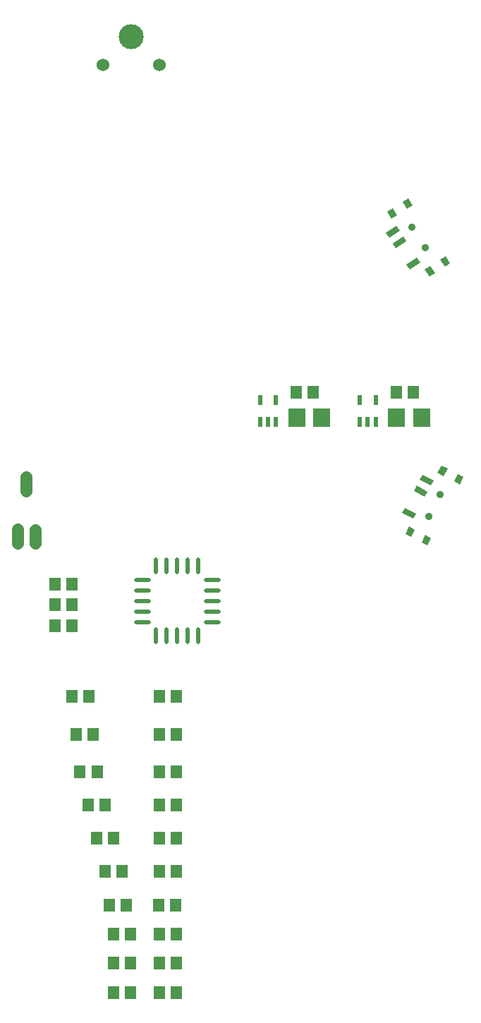
<source format=gtp>
G04 MADE WITH FRITZING*
G04 WWW.FRITZING.ORG*
G04 DOUBLE SIDED*
G04 HOLES PLATED*
G04 CONTOUR ON CENTER OF CONTOUR VECTOR*
%ASAXBY*%
%FSLAX23Y23*%
%MOIN*%
%OFA0B0*%
%SFA1.0B1.0*%
%ADD10C,0.060000*%
%ADD11C,0.118110*%
%ADD12C,0.035433*%
%ADD13R,0.055118X0.059055*%
%ADD14R,0.021654X0.047244*%
%ADD15R,0.078740X0.086614*%
%ADD16C,0.020000*%
%ADD17C,0.056000*%
%LNPASTEMASK1*%
G90*
G70*
G54D10*
X2157Y5071D03*
X2421Y5071D03*
G54D11*
X2289Y5203D03*
G54D10*
X2157Y5071D03*
X2421Y5071D03*
G54D11*
X2289Y5203D03*
G54D12*
X3694Y2937D03*
X3750Y3042D03*
X3694Y2937D03*
X3750Y3042D03*
X3680Y4207D03*
X3616Y4306D03*
X3680Y4207D03*
X3616Y4306D03*
G54D13*
X2500Y1102D03*
X2419Y1102D03*
X2502Y965D03*
X2421Y965D03*
X2502Y827D03*
X2421Y827D03*
X2502Y1260D03*
X2421Y1260D03*
X2502Y689D03*
X2421Y689D03*
X2502Y2087D03*
X2421Y2087D03*
X2502Y1909D03*
X2421Y1909D03*
X2502Y1417D03*
X2421Y1417D03*
X2502Y1732D03*
X2421Y1732D03*
X2502Y1575D03*
X2421Y1575D03*
X2126Y1417D03*
X2207Y1417D03*
X2087Y1575D03*
X2167Y1575D03*
X2047Y1732D03*
X2128Y1732D03*
X2165Y1260D03*
X2246Y1260D03*
X2185Y1102D03*
X2266Y1102D03*
X2028Y1909D03*
X2108Y1909D03*
X2205Y689D03*
X2285Y689D03*
X2205Y965D03*
X2285Y965D03*
X2205Y827D03*
X2285Y827D03*
X2008Y2087D03*
X2089Y2087D03*
X1929Y2421D03*
X2010Y2421D03*
X2010Y2520D03*
X1929Y2520D03*
X1929Y2618D03*
X2010Y2618D03*
G54D14*
X2898Y3386D03*
X2935Y3386D03*
X2972Y3386D03*
X2972Y3488D03*
X2898Y3488D03*
X3370Y3386D03*
X3407Y3386D03*
X3445Y3386D03*
X3445Y3488D03*
X3370Y3488D03*
G54D13*
X3622Y3524D03*
X3541Y3524D03*
X3150Y3524D03*
X3069Y3524D03*
G54D15*
X3189Y3406D03*
X3071Y3406D03*
X3661Y3406D03*
X3543Y3406D03*
G54D16*
X2507Y2734D02*
X2507Y2674D01*
D02*
X2457Y2734D02*
X2457Y2674D01*
D02*
X2407Y2734D02*
X2407Y2674D01*
D02*
X2312Y2639D02*
X2372Y2639D01*
D02*
X2312Y2589D02*
X2372Y2589D01*
D02*
X2312Y2539D02*
X2372Y2539D01*
D02*
X2312Y2489D02*
X2372Y2489D01*
D02*
X2312Y2439D02*
X2372Y2439D01*
D02*
X2407Y2344D02*
X2407Y2404D01*
D02*
X2457Y2344D02*
X2457Y2404D01*
D02*
X2507Y2344D02*
X2507Y2404D01*
D02*
X2557Y2344D02*
X2557Y2404D01*
D02*
X2607Y2344D02*
X2607Y2404D01*
D02*
X2702Y2439D02*
X2642Y2439D01*
D02*
X2702Y2489D02*
X2642Y2489D01*
D02*
X2702Y2539D02*
X2642Y2539D01*
D02*
X2702Y2589D02*
X2642Y2589D01*
D02*
X2702Y2639D02*
X2642Y2639D01*
D02*
X2607Y2734D02*
X2607Y2674D01*
D02*
X2557Y2734D02*
X2557Y2674D01*
G54D17*
D02*
X1751Y2877D02*
X1751Y2811D01*
D02*
X1836Y2876D02*
X1836Y2810D01*
D02*
X1791Y3124D02*
X1791Y3058D01*
G36*
X3603Y2890D02*
X3630Y2875D01*
X3612Y2841D01*
X3584Y2855D01*
X3603Y2890D01*
G37*
D02*
G36*
X3679Y2850D02*
X3707Y2835D01*
X3688Y2800D01*
X3661Y2815D01*
X3679Y2850D01*
G37*
D02*
G36*
X3832Y3138D02*
X3860Y3123D01*
X3842Y3089D01*
X3814Y3103D01*
X3832Y3138D01*
G37*
D02*
G36*
X3756Y3179D02*
X3784Y3164D01*
X3765Y3129D01*
X3737Y3144D01*
X3756Y3179D01*
G37*
D02*
G36*
X3583Y2979D02*
X3635Y2951D01*
X3622Y2927D01*
X3570Y2954D01*
X3583Y2979D01*
G37*
D02*
G36*
X3638Y3083D02*
X3690Y3055D01*
X3677Y3031D01*
X3625Y3059D01*
X3638Y3083D01*
G37*
D02*
G36*
X3666Y3135D02*
X3718Y3107D01*
X3705Y3083D01*
X3653Y3111D01*
X3666Y3135D01*
G37*
D02*
G36*
X3677Y4104D02*
X3703Y4121D01*
X3725Y4088D01*
X3698Y4071D01*
X3677Y4104D01*
G37*
D02*
G36*
X3749Y4151D02*
X3776Y4168D01*
X3797Y4135D01*
X3771Y4118D01*
X3749Y4151D01*
G37*
D02*
G36*
X3571Y4425D02*
X3598Y4442D01*
X3619Y4409D01*
X3593Y4392D01*
X3571Y4425D01*
G37*
D02*
G36*
X3499Y4378D02*
X3525Y4395D01*
X3547Y4362D01*
X3520Y4345D01*
X3499Y4378D01*
G37*
D02*
G36*
X3590Y4129D02*
X3639Y4161D01*
X3654Y4138D01*
X3605Y4106D01*
X3590Y4129D01*
G37*
D02*
G36*
X3525Y4228D02*
X3575Y4261D01*
X3590Y4237D01*
X3540Y4205D01*
X3525Y4228D01*
G37*
D02*
G36*
X3493Y4278D02*
X3543Y4310D01*
X3558Y4287D01*
X3508Y4255D01*
X3493Y4278D01*
G37*
D02*
G04 End of PasteMask1*
M02*
</source>
